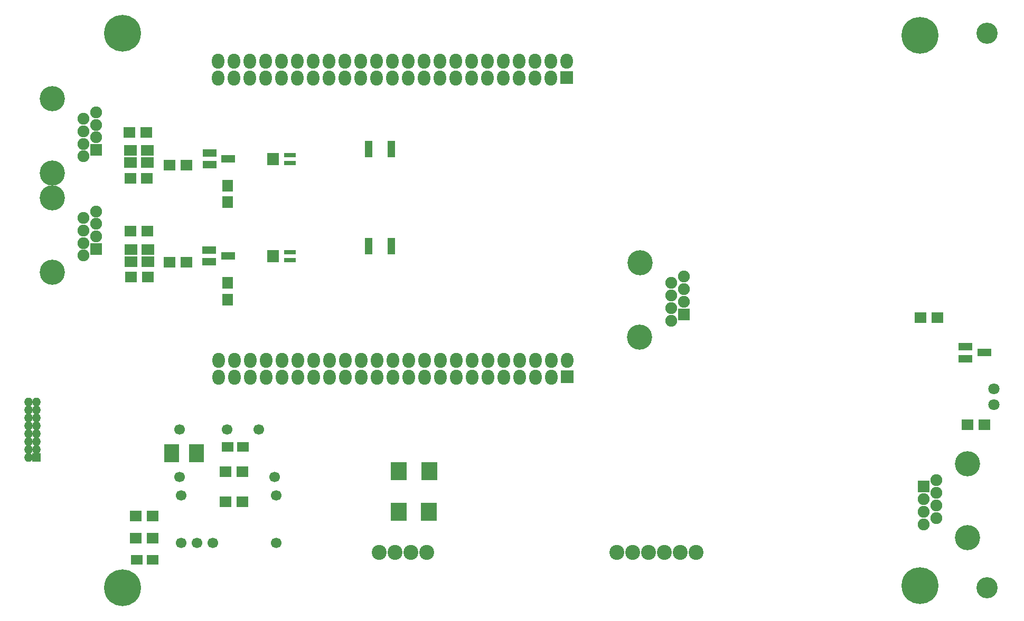
<source format=gbr>
G04 #@! TF.FileFunction,Soldermask,Bot*
%FSLAX46Y46*%
G04 Gerber Fmt 4.6, Leading zero omitted, Abs format (unit mm)*
G04 Created by KiCad (PCBNEW 4.0.7-e2-6376~58~ubuntu16.04.1) date Fri Dec  1 14:53:18 2017*
%MOMM*%
%LPD*%
G01*
G04 APERTURE LIST*
%ADD10C,0.100000*%
%ADD11R,1.900000X1.700000*%
%ADD12C,5.900000*%
%ADD13C,3.400000*%
%ADD14R,1.900000X1.650000*%
%ADD15C,4.050000*%
%ADD16C,1.900000*%
%ADD17R,1.900000X1.900000*%
%ADD18C,2.400000*%
%ADD19C,1.700000*%
%ADD20R,1.400000X1.400000*%
%ADD21O,1.400000X1.400000*%
%ADD22C,1.800000*%
%ADD23R,2.400000X2.900000*%
%ADD24R,1.700000X1.900000*%
%ADD25R,1.150000X0.750000*%
%ADD26R,1.900000X0.800000*%
%ADD27R,2.000000X2.000000*%
%ADD28O,2.000000X2.400000*%
%ADD29R,2.100000X1.700000*%
%ADD30R,2.500000X3.000000*%
%ADD31R,2.300000X1.200000*%
G04 APERTURE END LIST*
D10*
D11*
X53150000Y-64100000D03*
X50450000Y-64100000D03*
X53100000Y-56750000D03*
X50400000Y-56750000D03*
X52950000Y-40900000D03*
X50250000Y-40900000D03*
X53050000Y-48300000D03*
X50350000Y-48300000D03*
D12*
X176939100Y-25343000D03*
X49088200Y-25001000D03*
X49088200Y-114001000D03*
D13*
X187758200Y-114001000D03*
X187758200Y-25001000D03*
D12*
X176939100Y-113659000D03*
D14*
X65950000Y-91400000D03*
X68450000Y-91400000D03*
X53907240Y-109500840D03*
X51407240Y-109500840D03*
D15*
X184607240Y-94060840D03*
X184582240Y-105965840D03*
D16*
X179582240Y-96715840D03*
D17*
X177532240Y-97740840D03*
D16*
X179582240Y-98740840D03*
X177532240Y-99765840D03*
X179582240Y-100765840D03*
X177532240Y-101790840D03*
X179582240Y-102790840D03*
X177542240Y-103805840D03*
D11*
X65650000Y-95400000D03*
X68350000Y-95400000D03*
X68350000Y-100200000D03*
X65650000Y-100200000D03*
X53950000Y-106000000D03*
X51250000Y-106000000D03*
X51250000Y-102500000D03*
X53950000Y-102500000D03*
D18*
X141037240Y-108300840D03*
X138497240Y-108300840D03*
X135957240Y-108300840D03*
X133417240Y-108300840D03*
X130877240Y-108300840D03*
X128337240Y-108300840D03*
X90237240Y-108300840D03*
X92777240Y-108300840D03*
X95317240Y-108300840D03*
X97857240Y-108300840D03*
D19*
X73497240Y-96190840D03*
X70957240Y-88570840D03*
X65877240Y-88570840D03*
X58257240Y-96190840D03*
X58257240Y-88570840D03*
X58517240Y-106780840D03*
X61057240Y-106780840D03*
X63597240Y-106780840D03*
X73757240Y-106780840D03*
X73757240Y-99160840D03*
X58517240Y-99160840D03*
D20*
X35357240Y-93040840D03*
D21*
X34087240Y-93040840D03*
X35357240Y-91770840D03*
X34087240Y-91770840D03*
X35357240Y-90500840D03*
X34087240Y-90500840D03*
X35357240Y-89230840D03*
X34087240Y-89230840D03*
X35357240Y-87960840D03*
X34087240Y-87960840D03*
X35357240Y-86690840D03*
X34087240Y-86690840D03*
X35357240Y-85420840D03*
X34087240Y-85420840D03*
X35357240Y-84150840D03*
X34087240Y-84150840D03*
D11*
X184577240Y-87820840D03*
X187277240Y-87820840D03*
X179777240Y-70630840D03*
X177077240Y-70630840D03*
D22*
X188857240Y-82060840D03*
X188857240Y-84600840D03*
D15*
X132047240Y-73770840D03*
X132072240Y-61865840D03*
D16*
X137072240Y-71115840D03*
D17*
X139122240Y-70090840D03*
D16*
X137072240Y-69090840D03*
X139122240Y-68065840D03*
X137072240Y-67065840D03*
X139122240Y-66040840D03*
X137072240Y-65040840D03*
X139112240Y-64025840D03*
D23*
X60997240Y-92390840D03*
X56997240Y-92390840D03*
D11*
X56647240Y-61790840D03*
X59347240Y-61790840D03*
X56647240Y-46190840D03*
X59347240Y-46190840D03*
D24*
X65997240Y-67740840D03*
X65997240Y-65040840D03*
X65997240Y-52140840D03*
X65997240Y-49440840D03*
D25*
X88597240Y-58215840D03*
X88597240Y-58865840D03*
X88597240Y-59515840D03*
X88597240Y-60165840D03*
X92197240Y-58215840D03*
X92197240Y-58865840D03*
X92197240Y-60165840D03*
X92197240Y-59515840D03*
X88597240Y-42615840D03*
X88597240Y-43265840D03*
X88597240Y-43915840D03*
X88597240Y-44565840D03*
X92197240Y-42615840D03*
X92197240Y-43265840D03*
X92197240Y-44565840D03*
X92197240Y-43915840D03*
D26*
X73267240Y-61440840D03*
X73267240Y-60790840D03*
X73267240Y-60140840D03*
X75927240Y-60140840D03*
X75927240Y-61440840D03*
X73267240Y-45840840D03*
X73267240Y-45190840D03*
X73267240Y-44540840D03*
X75927240Y-44540840D03*
X75927240Y-45840840D03*
D27*
X120370000Y-80135000D03*
D28*
X120370000Y-77495000D03*
X117830000Y-80235000D03*
X117830000Y-77495000D03*
X115290000Y-80235000D03*
X115290000Y-77495000D03*
X112750000Y-80235000D03*
X112750000Y-77495000D03*
X110210000Y-80235000D03*
X110210000Y-77495000D03*
X107670000Y-80235000D03*
X107670000Y-77495000D03*
X105130000Y-80235000D03*
X105130000Y-77495000D03*
X102590000Y-80235000D03*
X102590000Y-77495000D03*
X100050000Y-80235000D03*
X100050000Y-77495000D03*
X97510000Y-80235000D03*
X97510000Y-77495000D03*
X94970000Y-80235000D03*
X94970000Y-77495000D03*
X92430000Y-80235000D03*
X92430000Y-77495000D03*
X89890000Y-80235000D03*
X89890000Y-77495000D03*
X87350000Y-80235000D03*
X87350000Y-77495000D03*
X84810000Y-80235000D03*
X84810000Y-77495000D03*
X82270000Y-80235000D03*
X82270000Y-77495000D03*
X79730000Y-80235000D03*
X79730000Y-77495000D03*
X77190000Y-80235000D03*
X77190000Y-77495000D03*
X74650000Y-80235000D03*
X74650000Y-77495000D03*
X72110000Y-80235000D03*
X72110000Y-77495000D03*
X69570000Y-80235000D03*
X69570000Y-77495000D03*
X67030000Y-80235000D03*
X67030000Y-77495000D03*
X64490000Y-80235000D03*
X64490000Y-77495000D03*
D27*
X120340000Y-32115000D03*
D28*
X120340000Y-29475000D03*
X117800000Y-32215000D03*
X117800000Y-29475000D03*
X115260000Y-32215000D03*
X115260000Y-29475000D03*
X112720000Y-32215000D03*
X112720000Y-29475000D03*
X110180000Y-32215000D03*
X110180000Y-29475000D03*
X107640000Y-32215000D03*
X107640000Y-29475000D03*
X105100000Y-32215000D03*
X105100000Y-29475000D03*
X102560000Y-32215000D03*
X102560000Y-29475000D03*
X100020000Y-32215000D03*
X100020000Y-29475000D03*
X97480000Y-32215000D03*
X97480000Y-29475000D03*
X94940000Y-32215000D03*
X94940000Y-29475000D03*
X92400000Y-32215000D03*
X92400000Y-29475000D03*
X89860000Y-32215000D03*
X89860000Y-29475000D03*
X87320000Y-32215000D03*
X87320000Y-29475000D03*
X84780000Y-32215000D03*
X84780000Y-29475000D03*
X82240000Y-32215000D03*
X82240000Y-29475000D03*
X79700000Y-32215000D03*
X79700000Y-29475000D03*
X77160000Y-32215000D03*
X77160000Y-29475000D03*
X74620000Y-32215000D03*
X74620000Y-29475000D03*
X72080000Y-32215000D03*
X72080000Y-29475000D03*
X69540000Y-32215000D03*
X69540000Y-29475000D03*
X67000000Y-32215000D03*
X67000000Y-29475000D03*
X64460000Y-32215000D03*
X64460000Y-29475000D03*
D15*
X37847240Y-47430000D03*
X37872240Y-35525000D03*
D16*
X42872240Y-44775000D03*
D17*
X44922240Y-43750000D03*
D16*
X42872240Y-42750000D03*
X44922240Y-41725000D03*
X42872240Y-40725000D03*
X44922240Y-39700000D03*
X42872240Y-38700000D03*
X44912240Y-37685000D03*
D15*
X37847240Y-63340840D03*
X37872240Y-51435840D03*
D16*
X42872240Y-60685840D03*
D17*
X44922240Y-59660840D03*
D16*
X42872240Y-58660840D03*
X44922240Y-57635840D03*
X42872240Y-56635840D03*
X44922240Y-55610840D03*
X42872240Y-54610840D03*
X44912240Y-53595840D03*
D29*
X50450000Y-59750000D03*
X50450000Y-61700000D03*
X53150000Y-61700000D03*
X53150000Y-59750000D03*
X50400000Y-43800000D03*
X50400000Y-45750000D03*
X53100000Y-45750000D03*
X53100000Y-43800000D03*
D30*
X93360000Y-101840000D03*
X98260000Y-101840000D03*
X93380000Y-95270000D03*
X98280000Y-95270000D03*
D31*
X63040000Y-61680000D03*
X63040000Y-59780000D03*
X66040000Y-60730000D03*
X63090000Y-46090000D03*
X63090000Y-44190000D03*
X66090000Y-45140000D03*
X184270000Y-77210000D03*
X184270000Y-75310000D03*
X187270000Y-76260000D03*
M02*

</source>
